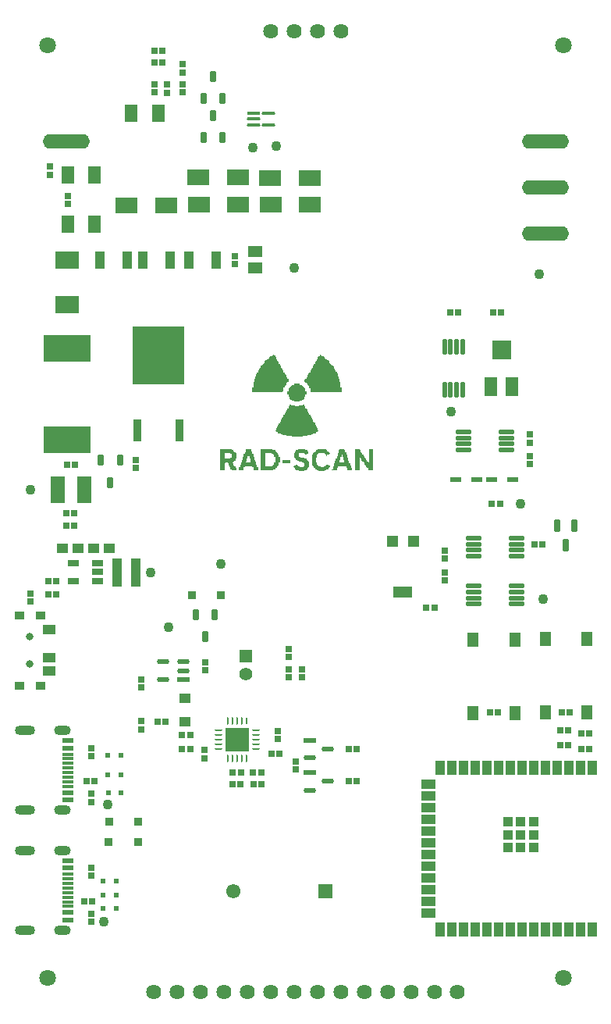
<source format=gts>
G04*
G04 #@! TF.GenerationSoftware,Altium Limited,Altium Designer,25.4.2 (15)*
G04*
G04 Layer_Color=8388736*
%FSLAX44Y44*%
%MOMM*%
G71*
G04*
G04 #@! TF.SameCoordinates,1E8D850E-D21C-4C0F-B5A5-9806772CD421*
G04*
G04*
G04 #@! TF.FilePolarity,Negative*
G04*
G01*
G75*
%ADD17R,1.3383X0.5780*%
G04:AMPARAMS|DCode=18|XSize=1.3383mm|YSize=0.578mm|CornerRadius=0.289mm|HoleSize=0mm|Usage=FLASHONLY|Rotation=180.000|XOffset=0mm|YOffset=0mm|HoleType=Round|Shape=RoundedRectangle|*
%AMROUNDEDRECTD18*
21,1,1.3383,0.0000,0,0,180.0*
21,1,0.7603,0.5780,0,0,180.0*
1,1,0.5780,-0.3802,0.0000*
1,1,0.5780,0.3802,0.0000*
1,1,0.5780,0.3802,0.0000*
1,1,0.5780,-0.3802,0.0000*
%
%ADD18ROUNDEDRECTD18*%
%ADD24R,0.2500X0.8000*%
G04:AMPARAMS|DCode=25|XSize=0.8mm|YSize=0.25mm|CornerRadius=0.125mm|HoleSize=0mm|Usage=FLASHONLY|Rotation=270.000|XOffset=0mm|YOffset=0mm|HoleType=Round|Shape=RoundedRectangle|*
%AMROUNDEDRECTD25*
21,1,0.8000,0.0000,0,0,270.0*
21,1,0.5500,0.2500,0,0,270.0*
1,1,0.2500,0.0000,-0.2750*
1,1,0.2500,0.0000,0.2750*
1,1,0.2500,0.0000,0.2750*
1,1,0.2500,0.0000,-0.2750*
%
%ADD25ROUNDEDRECTD25*%
G04:AMPARAMS|DCode=26|XSize=0.25mm|YSize=0.8mm|CornerRadius=0.125mm|HoleSize=0mm|Usage=FLASHONLY|Rotation=270.000|XOffset=0mm|YOffset=0mm|HoleType=Round|Shape=RoundedRectangle|*
%AMROUNDEDRECTD26*
21,1,0.2500,0.5500,0,0,270.0*
21,1,0.0000,0.8000,0,0,270.0*
1,1,0.2500,-0.2750,0.0000*
1,1,0.2500,-0.2750,0.0000*
1,1,0.2500,0.2750,0.0000*
1,1,0.2500,0.2750,0.0000*
%
%ADD26ROUNDEDRECTD26*%
%ADD27R,2.6000X2.6000*%
%ADD28R,1.2954X1.2954*%
%ADD40R,0.9000X0.9500*%
G04:AMPARAMS|DCode=41|XSize=1.3571mm|YSize=0.5721mm|CornerRadius=0.2861mm|HoleSize=0mm|Usage=FLASHONLY|Rotation=0.000|XOffset=0mm|YOffset=0mm|HoleType=Round|Shape=RoundedRectangle|*
%AMROUNDEDRECTD41*
21,1,1.3571,0.0000,0,0,0.0*
21,1,0.7850,0.5721,0,0,0.0*
1,1,0.5721,0.3925,0.0000*
1,1,0.5721,-0.3925,0.0000*
1,1,0.5721,-0.3925,0.0000*
1,1,0.5721,0.3925,0.0000*
%
%ADD41ROUNDEDRECTD41*%
%ADD42R,1.3571X0.5721*%
%ADD44R,1.2500X1.1000*%
%ADD49R,0.9398X2.4892*%
%ADD50R,5.5626X6.2992*%
G04:AMPARAMS|DCode=54|XSize=1.464mm|YSize=0.3758mm|CornerRadius=0.1879mm|HoleSize=0mm|Usage=FLASHONLY|Rotation=0.000|XOffset=0mm|YOffset=0mm|HoleType=Round|Shape=RoundedRectangle|*
%AMROUNDEDRECTD54*
21,1,1.4640,0.0000,0,0,0.0*
21,1,1.0881,0.3758,0,0,0.0*
1,1,0.3758,0.5441,0.0000*
1,1,0.3758,-0.5441,0.0000*
1,1,0.3758,-0.5441,0.0000*
1,1,0.3758,0.5441,0.0000*
%
%ADD54ROUNDEDRECTD54*%
%ADD55R,1.4640X0.3758*%
%ADD58R,1.1500X0.6000*%
%ADD59R,1.1500X0.3000*%
%ADD60R,1.3000X1.5500*%
%ADD63R,0.7016X0.7416*%
%ADD64R,1.2016X1.1016*%
%ADD65R,0.7416X0.7016*%
%ADD66R,5.1016X3.0016*%
%ADD67R,0.6416X0.7016*%
%ADD68R,2.0066X1.2954*%
%ADD69C,1.1016*%
%ADD70R,1.4016X2.1016*%
%ADD71R,2.1016X2.1016*%
G04:AMPARAMS|DCode=72|XSize=0.5516mm|YSize=1.6516mm|CornerRadius=0.1003mm|HoleSize=0mm|Usage=FLASHONLY|Rotation=0.000|XOffset=0mm|YOffset=0mm|HoleType=Round|Shape=RoundedRectangle|*
%AMROUNDEDRECTD72*
21,1,0.5516,1.4510,0,0,0.0*
21,1,0.3510,1.6516,0,0,0.0*
1,1,0.2006,0.1755,-0.7255*
1,1,0.2006,-0.1755,-0.7255*
1,1,0.2006,-0.1755,0.7255*
1,1,0.2006,0.1755,0.7255*
%
%ADD72ROUNDEDRECTD72*%
G04:AMPARAMS|DCode=73|XSize=0.5516mm|YSize=1.6516mm|CornerRadius=0.1003mm|HoleSize=0mm|Usage=FLASHONLY|Rotation=270.000|XOffset=0mm|YOffset=0mm|HoleType=Round|Shape=RoundedRectangle|*
%AMROUNDEDRECTD73*
21,1,0.5516,1.4510,0,0,270.0*
21,1,0.3510,1.6516,0,0,270.0*
1,1,0.2006,-0.7255,-0.1755*
1,1,0.2006,-0.7255,0.1755*
1,1,0.2006,0.7255,0.1755*
1,1,0.2006,0.7255,-0.1755*
%
%ADD73ROUNDEDRECTD73*%
%ADD74R,0.7016X0.6416*%
%ADD75R,1.2016X0.6016*%
G04:AMPARAMS|DCode=76|XSize=1.3316mm|YSize=0.7016mm|CornerRadius=0.1258mm|HoleSize=0mm|Usage=FLASHONLY|Rotation=270.000|XOffset=0mm|YOffset=0mm|HoleType=Round|Shape=RoundedRectangle|*
%AMROUNDEDRECTD76*
21,1,1.3316,0.4500,0,0,270.0*
21,1,1.0800,0.7016,0,0,270.0*
1,1,0.2516,-0.2250,-0.5400*
1,1,0.2516,-0.2250,0.5400*
1,1,0.2516,0.2250,0.5400*
1,1,0.2516,0.2250,-0.5400*
%
%ADD76ROUNDEDRECTD76*%
%ADD77R,1.0016X1.6016*%
%ADD78R,1.6016X1.0016*%
%ADD79R,1.0016X1.0016*%
G04:AMPARAMS|DCode=80|XSize=0.7516mm|YSize=1.1016mm|CornerRadius=0.1321mm|HoleSize=0mm|Usage=FLASHONLY|Rotation=0.000|XOffset=0mm|YOffset=0mm|HoleType=Round|Shape=RoundedRectangle|*
%AMROUNDEDRECTD80*
21,1,0.7516,0.8375,0,0,0.0*
21,1,0.4875,1.1016,0,0,0.0*
1,1,0.2641,0.2438,-0.4188*
1,1,0.2641,-0.2438,-0.4188*
1,1,0.2641,-0.2438,0.4188*
1,1,0.2641,0.2438,0.4188*
%
%ADD80ROUNDEDRECTD80*%
%ADD81R,1.1016X3.1016*%
%ADD82R,1.3016X0.7016*%
%ADD83R,1.5516X2.9116*%
%ADD84R,1.5716X1.2616*%
%ADD85R,1.0716X1.8316*%
%ADD86R,2.6416X1.9016*%
%ADD87R,1.4016X1.9016*%
%ADD88R,2.4316X1.6516*%
%ADD89R,0.5016X0.5016*%
%ADD90R,1.0316X0.9016*%
%ADD91R,1.3516X1.0016*%
%ADD92O,5.1016X1.6016*%
%ADD93C,1.6256*%
%ADD94C,1.8016*%
%ADD95C,1.5500*%
%ADD96R,1.5500X1.5500*%
%ADD97R,1.4096X1.4096*%
%ADD98C,1.4096*%
G04:AMPARAMS|DCode=99|XSize=1mm|YSize=1.8mm|CornerRadius=0.5mm|HoleSize=0mm|Usage=FLASHONLY|Rotation=270.000|XOffset=0mm|YOffset=0mm|HoleType=Round|Shape=RoundedRectangle|*
%AMROUNDEDRECTD99*
21,1,1.0000,0.8000,0,0,270.0*
21,1,0.0000,1.8000,0,0,270.0*
1,1,1.0000,-0.4000,0.0000*
1,1,1.0000,-0.4000,0.0000*
1,1,1.0000,0.4000,0.0000*
1,1,1.0000,0.4000,0.0000*
%
%ADD99ROUNDEDRECTD99*%
G04:AMPARAMS|DCode=100|XSize=1mm|YSize=2.2mm|CornerRadius=0.5mm|HoleSize=0mm|Usage=FLASHONLY|Rotation=270.000|XOffset=0mm|YOffset=0mm|HoleType=Round|Shape=RoundedRectangle|*
%AMROUNDEDRECTD100*
21,1,1.0000,1.2000,0,0,270.0*
21,1,0.0000,2.2000,0,0,270.0*
1,1,1.0000,-0.6000,0.0000*
1,1,1.0000,-0.6000,0.0000*
1,1,1.0000,0.6000,0.0000*
1,1,1.0000,0.6000,0.0000*
%
%ADD100ROUNDEDRECTD100*%
%ADD101C,0.8016*%
G36*
X338881Y719878D02*
X339910D01*
Y718849D01*
X341968D01*
Y717820D01*
X342996D01*
Y716792D01*
X344025D01*
Y715763D01*
X346082D01*
Y714734D01*
X347111D01*
Y713705D01*
X348140D01*
Y711648D01*
X349168D01*
Y710619D01*
X350197D01*
Y709591D01*
X351226D01*
Y708562D01*
X352254D01*
Y707533D01*
X353283D01*
Y705476D01*
X354312D01*
Y703418D01*
X355341D01*
Y702390D01*
X356369D01*
Y700332D01*
X357398D01*
Y697246D01*
X358427D01*
Y694160D01*
X359455D01*
Y691074D01*
X360484D01*
Y684902D01*
X361513D01*
Y679758D01*
X327566D01*
Y683873D01*
X326537D01*
Y686959D01*
X325508D01*
Y687988D01*
X324480D01*
Y689017D01*
X323451D01*
Y690045D01*
X322422D01*
Y691074D01*
X321394D01*
Y693131D01*
X322422D01*
Y694160D01*
X323451D01*
Y696217D01*
X324480D01*
Y698275D01*
X325508D01*
Y700332D01*
X326537D01*
Y701361D01*
X327566D01*
Y703418D01*
X328594D01*
Y705476D01*
X329623D01*
Y706505D01*
X330652D01*
Y708562D01*
X331680D01*
Y710619D01*
X332709D01*
Y712677D01*
X333738D01*
Y713705D01*
X334767D01*
Y715763D01*
X335795D01*
Y717820D01*
X336824D01*
Y718849D01*
X337853D01*
Y720906D01*
X338881D01*
Y719878D01*
D02*
G37*
G36*
X288475D02*
X289504D01*
Y717820D01*
X290532D01*
Y715763D01*
X291561D01*
Y713705D01*
X292590D01*
Y712677D01*
X293619D01*
Y710619D01*
X294647D01*
Y708562D01*
X295676D01*
Y706505D01*
X296705D01*
Y705476D01*
X297733D01*
Y703418D01*
X298762D01*
Y701361D01*
X299791D01*
Y699304D01*
X300819D01*
Y698275D01*
X301848D01*
Y696217D01*
X302877D01*
Y694160D01*
X303906D01*
Y691074D01*
X302877D01*
Y690045D01*
X301848D01*
Y687988D01*
X300819D01*
Y686959D01*
X299791D01*
Y684902D01*
X298762D01*
Y680787D01*
X297733D01*
Y679758D01*
X264815D01*
Y684902D01*
X265844D01*
Y689017D01*
Y690045D01*
Y691074D01*
X266872D01*
Y694160D01*
X267901D01*
Y697246D01*
X268930D01*
Y699304D01*
X269958D01*
Y701361D01*
X270987D01*
Y703418D01*
X272016D01*
Y705476D01*
X273045D01*
Y706505D01*
X274073D01*
Y708562D01*
X275102D01*
Y709591D01*
X276131D01*
Y710619D01*
X277159D01*
Y711648D01*
X278188D01*
Y713705D01*
X279217D01*
Y714734D01*
X280245D01*
Y715763D01*
X282303D01*
Y716792D01*
X283332D01*
Y717820D01*
X284360D01*
Y718849D01*
X286418D01*
Y719878D01*
X287446D01*
Y720906D01*
X288475D01*
Y719878D01*
D02*
G37*
G36*
X316250Y687988D02*
X318307D01*
Y686959D01*
X319336D01*
Y685930D01*
X320365D01*
Y684902D01*
X321394D01*
Y683873D01*
X322422D01*
Y680787D01*
X323451D01*
Y677701D01*
X322422D01*
Y674615D01*
X321394D01*
Y672557D01*
X320365D01*
Y671529D01*
X318307D01*
Y670500D01*
X316250D01*
Y669471D01*
X310078D01*
Y670500D01*
X308020D01*
Y671529D01*
X305963D01*
Y672557D01*
X304934D01*
Y674615D01*
X303906D01*
Y677701D01*
X302877D01*
Y680787D01*
X303906D01*
Y683873D01*
X304934D01*
Y684902D01*
X305963D01*
Y685930D01*
X306992D01*
Y686959D01*
X308020D01*
Y687988D01*
X310078D01*
Y689017D01*
X316250D01*
Y687988D01*
D02*
G37*
G36*
X321394Y664328D02*
X322422D01*
Y662270D01*
X323451D01*
Y661242D01*
X324480D01*
Y659184D01*
X325508D01*
Y657127D01*
X326537D01*
Y655070D01*
X327566D01*
Y654041D01*
X328594D01*
Y651983D01*
X329623D01*
Y649926D01*
X330652D01*
Y647869D01*
X331680D01*
Y646840D01*
X332709D01*
Y644782D01*
X333738D01*
Y642725D01*
X334767D01*
Y640668D01*
X335795D01*
Y638610D01*
X336824D01*
Y637582D01*
X335795D01*
Y636553D01*
X333738D01*
Y635524D01*
X330652D01*
Y634496D01*
X328594D01*
Y633467D01*
X324480D01*
Y632438D01*
X319336D01*
Y631409D01*
X308020D01*
Y632438D01*
X301848D01*
Y633467D01*
X297733D01*
Y634496D01*
X295676D01*
Y635524D01*
X292590D01*
Y636553D01*
X290532D01*
Y637582D01*
X289504D01*
Y638610D01*
X290532D01*
Y640668D01*
X291561D01*
Y642725D01*
X292590D01*
Y644782D01*
X293619D01*
Y645811D01*
X294647D01*
Y647869D01*
X295676D01*
Y649926D01*
X296705D01*
Y651983D01*
X297733D01*
Y653012D01*
X298762D01*
Y655070D01*
X299791D01*
Y656098D01*
Y657127D01*
X300819D01*
Y659184D01*
X301848D01*
Y660213D01*
X302877D01*
Y662270D01*
X303906D01*
Y664328D01*
X304934D01*
Y666385D01*
X306992D01*
Y665357D01*
X311106D01*
Y664328D01*
X315221D01*
Y665357D01*
X319336D01*
Y666385D01*
X321394D01*
Y664328D01*
D02*
G37*
G36*
X322422Y617008D02*
X324480D01*
Y615979D01*
X325508D01*
Y612893D01*
X323451D01*
Y611864D01*
X322422D01*
Y612893D01*
X321394D01*
Y613922D01*
X315221D01*
Y609807D01*
X317279D01*
Y608778D01*
X321394D01*
Y607749D01*
X323451D01*
Y606721D01*
X324480D01*
Y605692D01*
X325508D01*
Y604663D01*
X326537D01*
Y598491D01*
X325508D01*
Y597462D01*
X324480D01*
Y596434D01*
X323451D01*
Y595405D01*
X321394D01*
Y594376D01*
X315221D01*
Y595405D01*
X312135D01*
Y596434D01*
X311106D01*
Y597462D01*
X310078D01*
Y598491D01*
X309049D01*
Y599520D01*
X310078D01*
Y600548D01*
X312135D01*
Y601577D01*
X313164D01*
Y600548D01*
X314193D01*
Y599520D01*
X316250D01*
Y598491D01*
X320365D01*
Y599520D01*
X321394D01*
Y602606D01*
X320365D01*
Y603634D01*
X318307D01*
Y604663D01*
X315221D01*
Y605692D01*
X313164D01*
Y606721D01*
X312135D01*
Y607749D01*
X311106D01*
Y608778D01*
X310078D01*
Y613922D01*
X311106D01*
Y615979D01*
X312135D01*
Y617008D01*
X314193D01*
Y618036D01*
X322422D01*
Y617008D01*
D02*
G37*
G36*
X345054D02*
X346082D01*
Y615979D01*
X347111D01*
Y614950D01*
X348140D01*
Y613922D01*
X349168D01*
Y612893D01*
X348140D01*
Y611864D01*
X346082D01*
Y610835D01*
X345054D01*
Y611864D01*
X344025D01*
Y612893D01*
X342996D01*
Y613922D01*
X336824D01*
Y612893D01*
X335795D01*
Y611864D01*
X334767D01*
Y608778D01*
X333738D01*
Y603634D01*
X334767D01*
Y601577D01*
X335795D01*
Y600548D01*
X336824D01*
Y599520D01*
X338881D01*
Y598491D01*
X341968D01*
Y599520D01*
X344025D01*
Y600548D01*
X345054D01*
Y601577D01*
X347111D01*
Y600548D01*
X349168D01*
Y598491D01*
X348140D01*
Y597462D01*
X347111D01*
Y596434D01*
X345054D01*
Y595405D01*
X342996D01*
Y594376D01*
X336824D01*
Y595405D01*
X334767D01*
Y596434D01*
X332709D01*
Y597462D01*
X331680D01*
Y599520D01*
X330652D01*
Y600548D01*
X329623D01*
Y605692D01*
Y606721D01*
Y611864D01*
X330652D01*
Y613922D01*
X331680D01*
Y614950D01*
X332709D01*
Y615979D01*
X333738D01*
Y617008D01*
X335795D01*
Y618036D01*
X345054D01*
Y617008D01*
D02*
G37*
G36*
X395460Y615979D02*
Y614950D01*
Y595405D01*
X390316D01*
Y597462D01*
X389288D01*
Y598491D01*
X388259D01*
Y600548D01*
X387230D01*
Y601577D01*
X386202D01*
Y603634D01*
X385173D01*
Y604663D01*
X384144D01*
Y605692D01*
X383116D01*
Y607749D01*
X382087D01*
Y608778D01*
X381058D01*
Y595405D01*
X375915D01*
Y618036D01*
X381058D01*
Y617008D01*
X382087D01*
Y614950D01*
X383116D01*
Y613922D01*
X384144D01*
Y611864D01*
X385173D01*
Y610835D01*
X386202D01*
Y608778D01*
X387230D01*
Y607749D01*
X388259D01*
Y606721D01*
X389288D01*
Y604663D01*
X390316D01*
Y603634D01*
X391345D01*
Y618036D01*
X395460D01*
Y615979D01*
D02*
G37*
G36*
X305963Y602606D02*
X297733D01*
Y606721D01*
X305963D01*
Y602606D01*
D02*
G37*
G36*
X364599Y617008D02*
X365628D01*
Y614950D01*
X366656D01*
Y611864D01*
X367685D01*
Y608778D01*
X368714D01*
Y605692D01*
X369742D01*
Y602606D01*
X370771D01*
Y600548D01*
X371800D01*
Y597462D01*
X372828D01*
Y595405D01*
X367685D01*
Y597462D01*
X366656D01*
Y599520D01*
X357398D01*
Y597462D01*
X356369D01*
Y595405D01*
X351226D01*
Y596434D01*
X352254D01*
Y599520D01*
X353283D01*
Y602606D01*
X354312D01*
Y605692D01*
X355341D01*
Y607749D01*
X356369D01*
Y610835D01*
X357398D01*
Y613922D01*
X358427D01*
Y617008D01*
X359455D01*
Y618036D01*
X364599D01*
Y617008D01*
D02*
G37*
G36*
X286418D02*
X289504D01*
Y615979D01*
X290532D01*
Y614950D01*
X291561D01*
Y613922D01*
X292590D01*
Y611864D01*
X293619D01*
Y609807D01*
X294647D01*
Y603634D01*
X293619D01*
Y600548D01*
X292590D01*
Y599520D01*
X291561D01*
Y597462D01*
X289504D01*
Y596434D01*
X287446D01*
Y595405D01*
X274073D01*
Y605692D01*
Y606721D01*
Y618036D01*
X286418D01*
Y617008D01*
D02*
G37*
G36*
X263786Y615979D02*
X264815D01*
Y612893D01*
X265844D01*
Y609807D01*
X266872D01*
Y606721D01*
X267901D01*
Y604663D01*
X268930D01*
Y601577D01*
X269958D01*
Y598491D01*
X270987D01*
Y595405D01*
X265844D01*
Y598491D01*
X264815D01*
Y599520D01*
X256585D01*
Y598491D01*
X255557D01*
Y595405D01*
X250413D01*
Y598491D01*
X251442D01*
Y601577D01*
X252471D01*
Y603634D01*
X253499D01*
Y606721D01*
X254528D01*
Y609807D01*
X255557D01*
Y612893D01*
X256585D01*
Y614950D01*
X257614D01*
Y618036D01*
X263786D01*
Y615979D01*
D02*
G37*
G36*
X242184Y617008D02*
X244241D01*
Y615979D01*
X245270D01*
Y614950D01*
X246298D01*
Y613922D01*
X247327D01*
Y607749D01*
X246298D01*
Y605692D01*
X245270D01*
Y604663D01*
X244241D01*
Y603634D01*
X243212D01*
Y602606D01*
X244241D01*
Y600548D01*
X245270D01*
Y599520D01*
X246298D01*
Y597462D01*
X247327D01*
Y595405D01*
X242184D01*
Y596434D01*
X241155D01*
Y598491D01*
X240126D01*
Y599520D01*
Y600548D01*
X239097D01*
Y602606D01*
X238069D01*
Y603634D01*
X236011D01*
Y602606D01*
X234983D01*
Y595405D01*
X229839D01*
Y618036D01*
X242184D01*
Y617008D01*
D02*
G37*
%LPC*%
G36*
X362542Y611864D02*
X361513D01*
Y609807D01*
X360484D01*
Y606721D01*
X359455D01*
Y603634D01*
X364599D01*
Y606721D01*
X363570D01*
Y609807D01*
X362542D01*
Y611864D01*
D02*
G37*
G36*
X285389Y613922D02*
X279217D01*
Y602606D01*
Y601577D01*
Y599520D01*
X286418D01*
Y600548D01*
X287446D01*
Y601577D01*
X288475D01*
Y603634D01*
X289504D01*
Y609807D01*
X288475D01*
Y611864D01*
X287446D01*
Y612893D01*
X285389D01*
Y613922D01*
D02*
G37*
G36*
X261729Y610835D02*
X259671D01*
Y609807D01*
Y607749D01*
X258643D01*
Y604663D01*
X257614D01*
Y603634D01*
X262758D01*
Y607749D01*
X261729D01*
Y610835D01*
D02*
G37*
G36*
X241155Y613922D02*
X234983D01*
Y607749D01*
X241155D01*
Y608778D01*
X242184D01*
Y612893D01*
X241155D01*
Y613922D01*
D02*
G37*
%LPD*%
D17*
X190162Y368500D02*
D03*
D18*
Y378000D02*
D03*
Y387500D02*
D03*
X167838D02*
D03*
Y368500D02*
D03*
D24*
X258250Y323250D02*
D03*
D25*
X253250D02*
D03*
X248250D02*
D03*
X243250D02*
D03*
X238250D02*
D03*
Y282750D02*
D03*
X243250D02*
D03*
X248250D02*
D03*
X253250D02*
D03*
X258250D02*
D03*
D26*
X228000Y313000D02*
D03*
Y308000D02*
D03*
Y303000D02*
D03*
Y298000D02*
D03*
Y293000D02*
D03*
X268500D02*
D03*
Y298000D02*
D03*
Y303000D02*
D03*
Y308000D02*
D03*
Y313000D02*
D03*
D27*
X248250Y303000D02*
D03*
D28*
X439500Y518500D02*
D03*
X416500D02*
D03*
D40*
X140500Y192000D02*
D03*
X109000D02*
D03*
X140750Y214000D02*
D03*
X109250D02*
D03*
X230750Y460000D02*
D03*
X199250D02*
D03*
D41*
X346506Y293000D02*
D03*
X327495Y283500D02*
D03*
X346506Y258000D02*
D03*
X327495Y248500D02*
D03*
D42*
Y302500D02*
D03*
Y267500D02*
D03*
D44*
X192000Y348000D02*
D03*
Y323000D02*
D03*
D49*
X185860Y638466D02*
D03*
X140140D02*
D03*
D50*
X163000Y720000D02*
D03*
D54*
X282201Y982500D02*
D03*
Y969500D02*
D03*
X265799D02*
D03*
Y976000D02*
D03*
D55*
Y982500D02*
D03*
D58*
X64250Y238000D02*
D03*
Y246000D02*
D03*
Y302000D02*
D03*
Y294000D02*
D03*
Y108000D02*
D03*
Y116000D02*
D03*
Y172000D02*
D03*
Y164000D02*
D03*
D59*
Y252500D02*
D03*
Y282500D02*
D03*
Y287500D02*
D03*
Y272500D02*
D03*
Y277500D02*
D03*
Y262500D02*
D03*
Y267500D02*
D03*
Y257500D02*
D03*
Y122500D02*
D03*
Y152500D02*
D03*
Y157500D02*
D03*
Y142500D02*
D03*
Y147500D02*
D03*
Y132500D02*
D03*
Y137500D02*
D03*
Y127500D02*
D03*
D60*
X504500Y332250D02*
D03*
Y411750D02*
D03*
X549500Y332250D02*
D03*
Y411750D02*
D03*
X582500Y333250D02*
D03*
Y412750D02*
D03*
X627500Y333250D02*
D03*
Y412750D02*
D03*
D63*
X630510Y310134D02*
D03*
X621710D02*
D03*
X621600Y293000D02*
D03*
X630400D02*
D03*
X531400Y333000D02*
D03*
X522600D02*
D03*
X600600D02*
D03*
X609400D02*
D03*
X607650Y297688D02*
D03*
X598850D02*
D03*
X252400Y268000D02*
D03*
X243600D02*
D03*
X243200Y255000D02*
D03*
X252000D02*
D03*
X479600Y766000D02*
D03*
X488400D02*
D03*
X453600Y446000D02*
D03*
X462400D02*
D03*
X167400Y1050000D02*
D03*
X158600D02*
D03*
Y1037000D02*
D03*
X167400D02*
D03*
X62600Y535000D02*
D03*
X71400D02*
D03*
Y549000D02*
D03*
X62600D02*
D03*
D64*
X58500Y511000D02*
D03*
X75500D02*
D03*
X92500D02*
D03*
X109500D02*
D03*
D65*
X90000Y244400D02*
D03*
Y235600D02*
D03*
X292000Y304000D02*
D03*
Y312800D02*
D03*
X213000Y291800D02*
D03*
Y283000D02*
D03*
X90000Y105600D02*
D03*
Y114400D02*
D03*
X566000Y634000D02*
D03*
Y625200D02*
D03*
X144000Y314600D02*
D03*
Y323400D02*
D03*
X214000Y387400D02*
D03*
Y378600D02*
D03*
X319000Y370600D02*
D03*
Y379400D02*
D03*
X172000Y1013400D02*
D03*
Y1004600D02*
D03*
D66*
X64000Y727000D02*
D03*
Y628000D02*
D03*
D67*
X72320Y601000D02*
D03*
X63680D02*
D03*
X524680Y559000D02*
D03*
X533320D02*
D03*
X579320Y515000D02*
D03*
X570680D02*
D03*
X599000Y313000D02*
D03*
X607640D02*
D03*
X91320Y128000D02*
D03*
X82680D02*
D03*
X294320Y288000D02*
D03*
X285680D02*
D03*
X378320Y293000D02*
D03*
X369680D02*
D03*
X378320Y258000D02*
D03*
X369680D02*
D03*
X274320Y268000D02*
D03*
X265680D02*
D03*
X266000Y255000D02*
D03*
X274640D02*
D03*
X197320Y293000D02*
D03*
X188680D02*
D03*
X197320Y308000D02*
D03*
X188680D02*
D03*
X170320Y323000D02*
D03*
X161680D02*
D03*
X52320Y461000D02*
D03*
X43680D02*
D03*
Y475000D02*
D03*
X52320D02*
D03*
X93640Y258000D02*
D03*
X85000D02*
D03*
X525680Y766000D02*
D03*
X534320D02*
D03*
D68*
X428000Y463500D02*
D03*
D69*
X576000Y808000D02*
D03*
X480000Y659000D02*
D03*
X556000Y559000D02*
D03*
X580000Y456000D02*
D03*
X104000Y106000D02*
D03*
X108000Y233000D02*
D03*
X174000Y425000D02*
D03*
X231000Y494000D02*
D03*
X154000Y484000D02*
D03*
X24000Y574000D02*
D03*
X310000Y815000D02*
D03*
X291000Y947000D02*
D03*
X265000Y945000D02*
D03*
D70*
X546500Y686000D02*
D03*
X523500D02*
D03*
D71*
X535000Y726000D02*
D03*
D72*
X492750Y729250D02*
D03*
X486250D02*
D03*
X479750D02*
D03*
X473250D02*
D03*
X492750Y682750D02*
D03*
X486250D02*
D03*
X479750D02*
D03*
X473250D02*
D03*
D73*
X540250Y617250D02*
D03*
Y623750D02*
D03*
Y630250D02*
D03*
Y636750D02*
D03*
X493750Y617250D02*
D03*
Y623750D02*
D03*
Y630250D02*
D03*
Y636750D02*
D03*
X504750Y521750D02*
D03*
Y515250D02*
D03*
Y508750D02*
D03*
Y502250D02*
D03*
X551250Y521750D02*
D03*
Y515250D02*
D03*
Y508750D02*
D03*
Y502250D02*
D03*
X504750Y469750D02*
D03*
Y463250D02*
D03*
Y456750D02*
D03*
Y450250D02*
D03*
X551250Y469750D02*
D03*
Y463250D02*
D03*
Y456750D02*
D03*
Y450250D02*
D03*
D74*
X566000Y601680D02*
D03*
Y610320D02*
D03*
X474000Y499680D02*
D03*
Y508320D02*
D03*
Y475680D02*
D03*
Y484320D02*
D03*
X90000Y155680D02*
D03*
Y164320D02*
D03*
X312166Y271014D02*
D03*
Y279654D02*
D03*
X304000Y392680D02*
D03*
Y401320D02*
D03*
Y379320D02*
D03*
Y370680D02*
D03*
X144000Y368320D02*
D03*
Y359680D02*
D03*
X24000Y461640D02*
D03*
Y453000D02*
D03*
X138000Y598000D02*
D03*
Y606640D02*
D03*
X246000Y827320D02*
D03*
Y818680D02*
D03*
X65000Y892320D02*
D03*
Y883680D02*
D03*
X45000Y924320D02*
D03*
Y915680D02*
D03*
X159000Y1004680D02*
D03*
Y1013320D02*
D03*
X189000D02*
D03*
Y1004680D02*
D03*
Y1035320D02*
D03*
Y1026680D02*
D03*
X90000Y285680D02*
D03*
Y294320D02*
D03*
D75*
X547500Y585000D02*
D03*
X524500D02*
D03*
X508500D02*
D03*
X485500D02*
D03*
D76*
X614500Y535600D02*
D03*
X595500D02*
D03*
X605000Y514400D02*
D03*
D77*
X633200Y272500D02*
D03*
X620500D02*
D03*
X607800D02*
D03*
X595100D02*
D03*
X582400D02*
D03*
X569700D02*
D03*
X557000D02*
D03*
X544300D02*
D03*
X531600D02*
D03*
X518900D02*
D03*
X506200D02*
D03*
X493500D02*
D03*
X468100Y97500D02*
D03*
X480800D02*
D03*
X493500D02*
D03*
X506200D02*
D03*
X518900D02*
D03*
X531600D02*
D03*
X544300D02*
D03*
X557000D02*
D03*
X569700D02*
D03*
X582400D02*
D03*
X595100D02*
D03*
X607800D02*
D03*
X620500D02*
D03*
X633200D02*
D03*
X480800Y272500D02*
D03*
X468100D02*
D03*
D78*
X455600Y254850D02*
D03*
Y242150D02*
D03*
Y229450D02*
D03*
Y216750D02*
D03*
Y204050D02*
D03*
Y191350D02*
D03*
Y178650D02*
D03*
Y165950D02*
D03*
Y153250D02*
D03*
Y140550D02*
D03*
Y127850D02*
D03*
Y115150D02*
D03*
D79*
X556000Y200000D02*
D03*
X570000D02*
D03*
Y214000D02*
D03*
X556000D02*
D03*
X542000D02*
D03*
Y200000D02*
D03*
Y186000D02*
D03*
X556000D02*
D03*
X570000D02*
D03*
D80*
X214000Y415000D02*
D03*
X203800Y439000D02*
D03*
X224200D02*
D03*
X221800Y1022000D02*
D03*
X232000Y998000D02*
D03*
X211600D02*
D03*
X221800Y980000D02*
D03*
X232000Y956000D02*
D03*
X211600D02*
D03*
X121000Y606000D02*
D03*
X100600D02*
D03*
X110800Y582000D02*
D03*
D81*
X138000Y484000D02*
D03*
X118000D02*
D03*
D82*
X71000Y475500D02*
D03*
Y494500D02*
D03*
X97000D02*
D03*
Y485000D02*
D03*
Y475500D02*
D03*
D83*
X82300Y574000D02*
D03*
X53700D02*
D03*
D84*
X268000Y832000D02*
D03*
Y814400D02*
D03*
D85*
X225800Y823000D02*
D03*
X196200D02*
D03*
X175800D02*
D03*
X146200D02*
D03*
X128800D02*
D03*
X99200D02*
D03*
D86*
X64000D02*
D03*
Y775000D02*
D03*
D87*
X93500Y862000D02*
D03*
X64500D02*
D03*
X93500Y915000D02*
D03*
X64500D02*
D03*
X162500Y982000D02*
D03*
X133500D02*
D03*
D88*
X128300Y882000D02*
D03*
X171000D02*
D03*
X249350Y883000D02*
D03*
X206650D02*
D03*
X327000Y912000D02*
D03*
X284300D02*
D03*
X284650Y883000D02*
D03*
X327350D02*
D03*
X249000Y913000D02*
D03*
X206300D02*
D03*
D89*
X108000Y265000D02*
D03*
X122000D02*
D03*
X108000Y286000D02*
D03*
X122000D02*
D03*
X122322Y245522D02*
D03*
X108322D02*
D03*
X117000Y120000D02*
D03*
X103000D02*
D03*
X117000Y150000D02*
D03*
X103000D02*
D03*
X117000Y135000D02*
D03*
X103000D02*
D03*
D90*
X11950Y362000D02*
D03*
Y438000D02*
D03*
X34650Y362000D02*
D03*
Y438000D02*
D03*
D91*
X44050Y377500D02*
D03*
Y392500D02*
D03*
Y422500D02*
D03*
D92*
X63000Y952000D02*
D03*
X583000Y852000D02*
D03*
Y902000D02*
D03*
Y952000D02*
D03*
D93*
X335400Y29600D02*
D03*
X310000D02*
D03*
X233800D02*
D03*
X259200D02*
D03*
X284600D02*
D03*
X486794D02*
D03*
X462400D02*
D03*
X386200D02*
D03*
X411600D02*
D03*
X437000D02*
D03*
X360800D02*
D03*
X208400D02*
D03*
X183000D02*
D03*
X157600D02*
D03*
X284600Y1071000D02*
D03*
X310000D02*
D03*
X335400D02*
D03*
X360800D02*
D03*
D94*
X42840Y1055600D02*
D03*
X602560D02*
D03*
X42840Y45000D02*
D03*
X602560D02*
D03*
D95*
X244000Y139000D02*
D03*
D96*
X344000D02*
D03*
D97*
X257500Y394000D02*
D03*
D98*
Y374000D02*
D03*
D99*
X58500Y226800D02*
D03*
Y313200D02*
D03*
Y96800D02*
D03*
Y183200D02*
D03*
D100*
X18500Y226800D02*
D03*
Y313200D02*
D03*
Y96800D02*
D03*
Y183200D02*
D03*
D101*
X23301Y385001D02*
D03*
Y415001D02*
D03*
M02*

</source>
